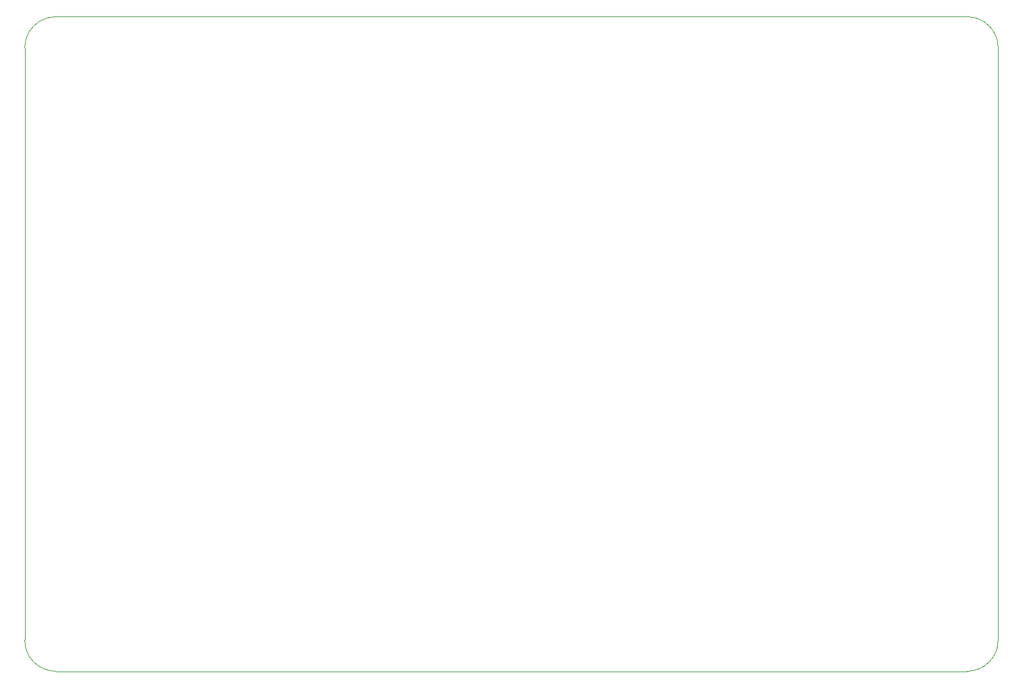
<source format=gm1>
G04 #@! TF.GenerationSoftware,KiCad,Pcbnew,(6.0.8)*
G04 #@! TF.CreationDate,2023-11-21T01:59:14+01:00*
G04 #@! TF.ProjectId,Modu_ wzmacniacza,4d6f6475-4220-4777-9a6d-61636e696163,rev?*
G04 #@! TF.SameCoordinates,Original*
G04 #@! TF.FileFunction,Profile,NP*
%FSLAX46Y46*%
G04 Gerber Fmt 4.6, Leading zero omitted, Abs format (unit mm)*
G04 Created by KiCad (PCBNEW (6.0.8)) date 2023-11-21 01:59:14*
%MOMM*%
%LPD*%
G01*
G04 APERTURE LIST*
G04 #@! TA.AperFunction,Profile*
%ADD10C,0.100000*%
G04 #@! TD*
G04 APERTURE END LIST*
D10*
X59820000Y-26400000D02*
X59820000Y-108600000D01*
X59820000Y-108600000D02*
G75*
G03*
X64150000Y-112930000I4330000J0D01*
G01*
X190600000Y-112930000D02*
G75*
G03*
X194930000Y-108600000I0J4330000D01*
G01*
X194930000Y-26400000D02*
X194930000Y-108600000D01*
X194930000Y-26400000D02*
G75*
G03*
X190600000Y-22070000I-4330000J0D01*
G01*
X64160000Y-22070000D02*
X190600000Y-22070000D01*
X64160000Y-22070012D02*
G75*
G03*
X59820000Y-26400000I-10000J-4329988D01*
G01*
X64150000Y-112930000D02*
X190600000Y-112930000D01*
M02*

</source>
